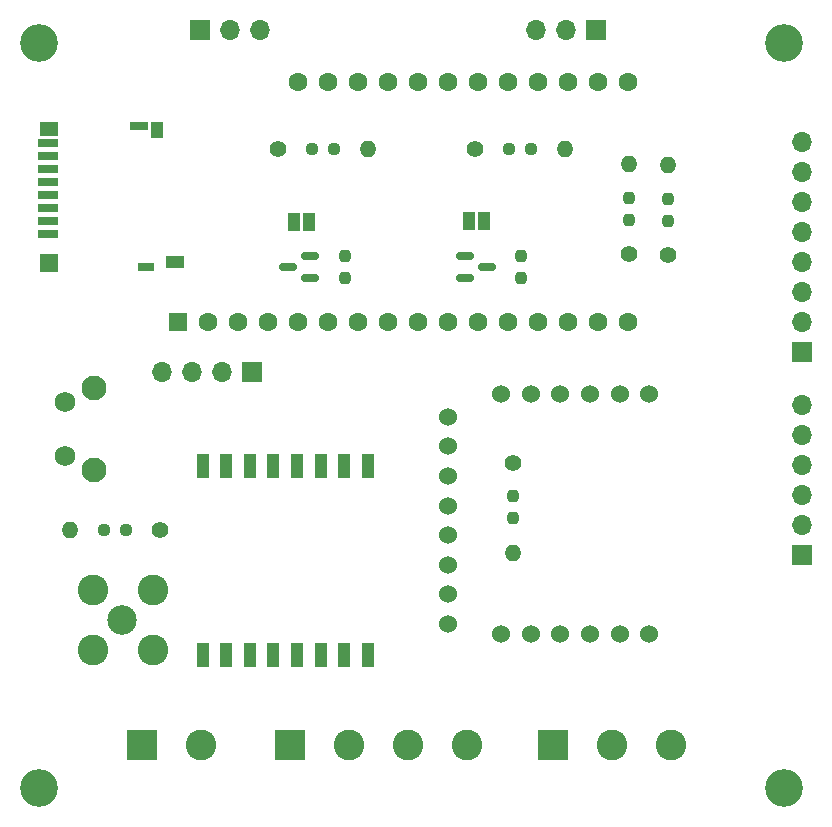
<source format=gbr>
%TF.GenerationSoftware,KiCad,Pcbnew,6.0.10-86aedd382b~118~ubuntu22.04.1*%
%TF.CreationDate,2023-05-06T01:17:00-04:00*%
%TF.ProjectId,sweet-p,73776565-742d-4702-9e6b-696361645f70,rev?*%
%TF.SameCoordinates,Original*%
%TF.FileFunction,Soldermask,Top*%
%TF.FilePolarity,Negative*%
%FSLAX46Y46*%
G04 Gerber Fmt 4.6, Leading zero omitted, Abs format (unit mm)*
G04 Created by KiCad (PCBNEW 6.0.10-86aedd382b~118~ubuntu22.04.1) date 2023-05-06 01:17:00*
%MOMM*%
%LPD*%
G01*
G04 APERTURE LIST*
G04 Aperture macros list*
%AMRoundRect*
0 Rectangle with rounded corners*
0 $1 Rounding radius*
0 $2 $3 $4 $5 $6 $7 $8 $9 X,Y pos of 4 corners*
0 Add a 4 corners polygon primitive as box body*
4,1,4,$2,$3,$4,$5,$6,$7,$8,$9,$2,$3,0*
0 Add four circle primitives for the rounded corners*
1,1,$1+$1,$2,$3*
1,1,$1+$1,$4,$5*
1,1,$1+$1,$6,$7*
1,1,$1+$1,$8,$9*
0 Add four rect primitives between the rounded corners*
20,1,$1+$1,$2,$3,$4,$5,0*
20,1,$1+$1,$4,$5,$6,$7,0*
20,1,$1+$1,$6,$7,$8,$9,0*
20,1,$1+$1,$8,$9,$2,$3,0*%
G04 Aperture macros list end*
%ADD10C,3.200000*%
%ADD11C,1.524000*%
%ADD12RoundRect,0.237500X0.237500X-0.250000X0.237500X0.250000X-0.237500X0.250000X-0.237500X-0.250000X0*%
%ADD13C,2.100000*%
%ADD14C,1.750000*%
%ADD15RoundRect,0.237500X-0.237500X0.250000X-0.237500X-0.250000X0.237500X-0.250000X0.237500X0.250000X0*%
%ADD16RoundRect,0.150000X-0.587500X-0.150000X0.587500X-0.150000X0.587500X0.150000X-0.587500X0.150000X0*%
%ADD17R,2.600000X2.600000*%
%ADD18C,2.600000*%
%ADD19C,1.400000*%
%ADD20O,1.400000X1.400000*%
%ADD21C,2.500000*%
%ADD22R,1.750000X0.700000*%
%ADD23R,1.500000X1.300000*%
%ADD24R,1.500000X0.800000*%
%ADD25R,1.400000X0.800000*%
%ADD26R,1.500000X1.500000*%
%ADD27R,1.550000X1.000000*%
%ADD28R,1.000000X1.450000*%
%ADD29RoundRect,0.150000X0.587500X0.150000X-0.587500X0.150000X-0.587500X-0.150000X0.587500X-0.150000X0*%
%ADD30RoundRect,0.237500X-0.250000X-0.237500X0.250000X-0.237500X0.250000X0.237500X-0.250000X0.237500X0*%
%ADD31R,1.700000X1.700000*%
%ADD32O,1.700000X1.700000*%
%ADD33R,1.000000X2.000000*%
%ADD34R,1.000000X1.500000*%
%ADD35R,1.600000X1.600000*%
%ADD36C,1.600000*%
G04 APERTURE END LIST*
D10*
%TO.C,H4*%
X66575000Y-3400000D03*
%TD*%
D11*
%TO.C,U3*%
X42625000Y-33162500D03*
X45125000Y-33162500D03*
X47625000Y-33162500D03*
X50125000Y-33162500D03*
X52625000Y-33162500D03*
X55125000Y-33162500D03*
X55125000Y-53482500D03*
X52625000Y-53482500D03*
X50125000Y-53482500D03*
X47625000Y-53482500D03*
X45125000Y-53482500D03*
X42625000Y-53482500D03*
%TD*%
D12*
%TO.C,R4*%
X56700000Y-18512500D03*
X56700000Y-16687500D03*
%TD*%
D10*
%TO.C,H2*%
X3475000Y-66550000D03*
%TD*%
D13*
%TO.C,SW1*%
X8152500Y-32615000D03*
X8152500Y-39625000D03*
D14*
X5662500Y-38375000D03*
X5662500Y-33875000D03*
%TD*%
D15*
%TO.C,R13*%
X43600000Y-41797500D03*
X43600000Y-43622500D03*
%TD*%
D16*
%TO.C,Q2*%
X39562500Y-21450000D03*
X39562500Y-23350000D03*
X41437500Y-22400000D03*
%TD*%
D17*
%TO.C,J6*%
X12200000Y-62875000D03*
D18*
X17200000Y-62875000D03*
%TD*%
D12*
%TO.C,R12*%
X29400000Y-23312500D03*
X29400000Y-21487500D03*
%TD*%
D19*
%TO.C,R1*%
X40390000Y-12400000D03*
D20*
X48010000Y-12400000D03*
%TD*%
D10*
%TO.C,H1*%
X66550000Y-66550000D03*
%TD*%
D18*
%TO.C,AE1*%
X13140000Y-54790000D03*
X13140000Y-49710000D03*
X8060000Y-54790000D03*
X8060000Y-49710000D03*
D21*
X10500000Y-52325000D03*
%TD*%
D10*
%TO.C,H3*%
X3450000Y-3450000D03*
%TD*%
D22*
%TO.C,J5*%
X4200000Y-19600000D03*
X4200000Y-18500000D03*
X4200000Y-17400000D03*
X4200000Y-16300000D03*
X4200000Y-15200000D03*
X4200000Y-14100000D03*
X4200000Y-13000000D03*
X4200000Y-11900000D03*
D23*
X4325000Y-10700000D03*
D24*
X11925000Y-10450000D03*
D25*
X12575000Y-22400000D03*
D26*
X4325000Y-22050000D03*
D27*
X15000000Y-22000000D03*
D28*
X13425000Y-10775000D03*
%TD*%
D29*
%TO.C,Q1*%
X26437500Y-23350000D03*
X26437500Y-21450000D03*
X24562500Y-22400000D03*
%TD*%
D30*
%TO.C,R10*%
X26587500Y-12400000D03*
X28412500Y-12400000D03*
%TD*%
D31*
%TO.C,J8*%
X17075000Y-2375000D03*
D32*
X19615000Y-2375000D03*
X22155000Y-2375000D03*
%TD*%
D33*
%TO.C,U1*%
X31325000Y-39275000D03*
X29325000Y-39275000D03*
X27325000Y-39275000D03*
X25325000Y-39275000D03*
X23325000Y-39275000D03*
X21325000Y-39275000D03*
X19325000Y-39275000D03*
X17325000Y-39275000D03*
X17325000Y-55275000D03*
X19325000Y-55275000D03*
X21325000Y-55275000D03*
X23325000Y-55275000D03*
X25325000Y-55275000D03*
X27325000Y-55275000D03*
X29325000Y-55275000D03*
X31325000Y-55275000D03*
%TD*%
D19*
%TO.C,R3*%
X56700000Y-21410000D03*
D20*
X56700000Y-13790000D03*
%TD*%
D15*
%TO.C,R11*%
X44300000Y-21487500D03*
X44300000Y-23312500D03*
%TD*%
D34*
%TO.C,JP1*%
X25050000Y-18600000D03*
X26350000Y-18600000D03*
%TD*%
%TO.C,JP2*%
X41150000Y-18500000D03*
X39850000Y-18500000D03*
%TD*%
D19*
%TO.C,R9*%
X23690000Y-12400000D03*
D20*
X31310000Y-12400000D03*
%TD*%
D17*
%TO.C,J1*%
X47000000Y-62875000D03*
D18*
X52000000Y-62875000D03*
X57000000Y-62875000D03*
%TD*%
D30*
%TO.C,R2*%
X43287500Y-12400000D03*
X45112500Y-12400000D03*
%TD*%
D17*
%TO.C,J7*%
X24725000Y-62875000D03*
D18*
X29725000Y-62875000D03*
X34725000Y-62875000D03*
X39725000Y-62875000D03*
%TD*%
D19*
%TO.C,R6*%
X53400000Y-21310000D03*
D20*
X53400000Y-13690000D03*
%TD*%
D30*
%TO.C,R7*%
X8987500Y-44700000D03*
X10812500Y-44700000D03*
%TD*%
D31*
%TO.C,J4*%
X68100000Y-29600000D03*
D32*
X68100000Y-27060000D03*
X68100000Y-24520000D03*
X68100000Y-21980000D03*
X68100000Y-19440000D03*
X68100000Y-16900000D03*
X68100000Y-14360000D03*
X68100000Y-11820000D03*
%TD*%
D19*
%TO.C,R14*%
X43600000Y-39000000D03*
D20*
X43600000Y-46620000D03*
%TD*%
D12*
%TO.C,R5*%
X53400000Y-18410000D03*
X53400000Y-16585000D03*
%TD*%
D31*
%TO.C,J2*%
X50600000Y-2300000D03*
D32*
X48060000Y-2300000D03*
X45520000Y-2300000D03*
%TD*%
D19*
%TO.C,R8*%
X13710000Y-44700000D03*
D20*
X6090000Y-44700000D03*
%TD*%
D32*
%TO.C,U2*%
X13880000Y-31300000D03*
X16420000Y-31300000D03*
X18960000Y-31300000D03*
D31*
X21500000Y-31300000D03*
%TD*%
%TO.C,J3*%
X68100000Y-46800000D03*
D32*
X68100000Y-44260000D03*
X68100000Y-41720000D03*
X68100000Y-39180000D03*
X68100000Y-36640000D03*
X68100000Y-34100000D03*
%TD*%
D35*
%TO.C,A1*%
X15250000Y-27052500D03*
D36*
X17790000Y-27052500D03*
X20330000Y-27052500D03*
X22870000Y-27052500D03*
X25410000Y-27052500D03*
X27950000Y-27052500D03*
X30490000Y-27052500D03*
X33030000Y-27052500D03*
X35570000Y-27052500D03*
X38110000Y-27052500D03*
X40650000Y-27052500D03*
X43190000Y-27052500D03*
X45730000Y-27052500D03*
X48270000Y-27052500D03*
X50810000Y-27052500D03*
X53350000Y-27052500D03*
X53350000Y-6732500D03*
X50810000Y-6732500D03*
X48270000Y-6732500D03*
X45730000Y-6732500D03*
X43190000Y-6732500D03*
X40650000Y-6732500D03*
X38110000Y-6732500D03*
X35570000Y-6732500D03*
X33030000Y-6732500D03*
X30490000Y-6732500D03*
X27950000Y-6732500D03*
X25410000Y-6732500D03*
%TD*%
D11*
%TO.C,U4*%
X38105000Y-35100000D03*
X38105000Y-37600000D03*
X38105000Y-40100000D03*
X38105000Y-42600000D03*
X38105000Y-45100000D03*
X38105000Y-47600000D03*
X38105000Y-50100000D03*
X38105000Y-52600000D03*
%TD*%
M02*

</source>
